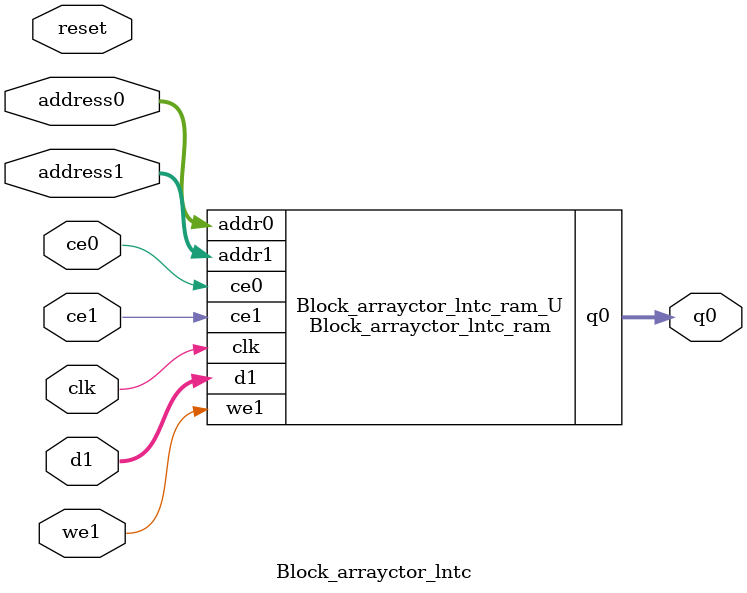
<source format=v>
`timescale 1 ns / 1 ps
module Block_arrayctor_lntc_ram (addr0, ce0, q0, addr1, ce1, d1, we1,  clk);

parameter DWIDTH = 5;
parameter AWIDTH = 11;
parameter MEM_SIZE = 1408;

input[AWIDTH-1:0] addr0;
input ce0;
output reg[DWIDTH-1:0] q0;
input[AWIDTH-1:0] addr1;
input ce1;
input[DWIDTH-1:0] d1;
input we1;
input clk;

(* ram_style = "block" *)reg [DWIDTH-1:0] ram[0:MEM_SIZE-1];




always @(posedge clk)  
begin 
    if (ce0) begin
        q0 <= ram[addr0];
    end
end


always @(posedge clk)  
begin 
    if (ce1) begin
        if (we1) 
            ram[addr1] <= d1; 
    end
end


endmodule

`timescale 1 ns / 1 ps
module Block_arrayctor_lntc(
    reset,
    clk,
    address0,
    ce0,
    q0,
    address1,
    ce1,
    we1,
    d1);

parameter DataWidth = 32'd5;
parameter AddressRange = 32'd1408;
parameter AddressWidth = 32'd11;
input reset;
input clk;
input[AddressWidth - 1:0] address0;
input ce0;
output[DataWidth - 1:0] q0;
input[AddressWidth - 1:0] address1;
input ce1;
input we1;
input[DataWidth - 1:0] d1;



Block_arrayctor_lntc_ram Block_arrayctor_lntc_ram_U(
    .clk( clk ),
    .addr0( address0 ),
    .ce0( ce0 ),
    .q0( q0 ),
    .addr1( address1 ),
    .ce1( ce1 ),
    .we1( we1 ),
    .d1( d1 ));

endmodule


</source>
